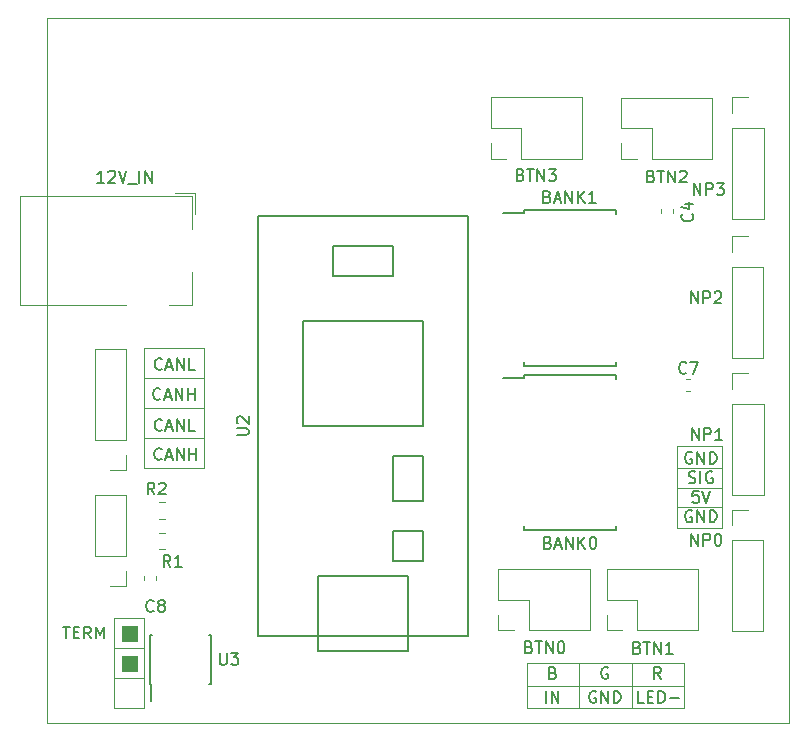
<source format=gbr>
G04 #@! TF.GenerationSoftware,KiCad,Pcbnew,5.1.2*
G04 #@! TF.CreationDate,2019-05-12T19:07:36-07:00*
G04 #@! TF.ProjectId,dashboard_shield,64617368-626f-4617-9264-5f736869656c,rev?*
G04 #@! TF.SameCoordinates,Original*
G04 #@! TF.FileFunction,Legend,Top*
G04 #@! TF.FilePolarity,Positive*
%FSLAX46Y46*%
G04 Gerber Fmt 4.6, Leading zero omitted, Abs format (unit mm)*
G04 Created by KiCad (PCBNEW 5.1.2) date 2019-05-12 19:07:36*
%MOMM*%
%LPD*%
G04 APERTURE LIST*
%ADD10C,0.100000*%
%ADD11C,0.120000*%
%ADD12C,0.150000*%
%ADD13C,0.050000*%
G04 APERTURE END LIST*
D10*
G36*
X165735000Y-117475000D02*
G01*
X164465000Y-117475000D01*
X164465000Y-116205000D01*
X165735000Y-116205000D01*
X165735000Y-117475000D01*
G37*
X165735000Y-117475000D02*
X164465000Y-117475000D01*
X164465000Y-116205000D01*
X165735000Y-116205000D01*
X165735000Y-117475000D01*
G36*
X165735000Y-114935000D02*
G01*
X164465000Y-114935000D01*
X164465000Y-113665000D01*
X165735000Y-113665000D01*
X165735000Y-114935000D01*
G37*
X165735000Y-114935000D02*
X164465000Y-114935000D01*
X164465000Y-113665000D01*
X165735000Y-113665000D01*
X165735000Y-114935000D01*
D11*
X166370000Y-120650000D02*
X166370000Y-113030000D01*
X163830000Y-113030000D02*
X163830000Y-120650000D01*
X166370000Y-118110000D02*
X163830000Y-118110000D01*
X166370000Y-114935000D02*
X166370000Y-118110000D01*
X163830000Y-115570000D02*
X166370000Y-115570000D01*
X166370000Y-120650000D02*
X163830000Y-120650000D01*
X163830000Y-113030000D02*
X166370000Y-113030000D01*
X198755000Y-118745000D02*
X212090000Y-118745000D01*
D12*
X159480476Y-113752380D02*
X160051904Y-113752380D01*
X159766190Y-114752380D02*
X159766190Y-113752380D01*
X160385238Y-114228571D02*
X160718571Y-114228571D01*
X160861428Y-114752380D02*
X160385238Y-114752380D01*
X160385238Y-113752380D01*
X160861428Y-113752380D01*
X161861428Y-114752380D02*
X161528095Y-114276190D01*
X161290000Y-114752380D02*
X161290000Y-113752380D01*
X161670952Y-113752380D01*
X161766190Y-113800000D01*
X161813809Y-113847619D01*
X161861428Y-113942857D01*
X161861428Y-114085714D01*
X161813809Y-114180952D01*
X161766190Y-114228571D01*
X161670952Y-114276190D01*
X161290000Y-114276190D01*
X162290000Y-114752380D02*
X162290000Y-113752380D01*
X162623333Y-114466666D01*
X162956666Y-113752380D01*
X162956666Y-114752380D01*
D11*
X166370000Y-97790000D02*
X171450000Y-97790000D01*
X166370000Y-95250000D02*
X171450000Y-95250000D01*
X166370000Y-92710000D02*
X171450000Y-92710000D01*
X166370000Y-100330000D02*
X166370000Y-90170000D01*
X171450000Y-100330000D02*
X166370000Y-100330000D01*
X171450000Y-90170000D02*
X171450000Y-100330000D01*
X166370000Y-90170000D02*
X171450000Y-90170000D01*
X211455000Y-103632000D02*
X215265000Y-103632000D01*
X211455000Y-101981000D02*
X215265000Y-101981000D01*
X211455000Y-100330000D02*
X215265000Y-100330000D01*
D12*
X208669095Y-120213380D02*
X208192904Y-120213380D01*
X208192904Y-119213380D01*
X209002428Y-119689571D02*
X209335761Y-119689571D01*
X209478619Y-120213380D02*
X209002428Y-120213380D01*
X209002428Y-119213380D01*
X209478619Y-119213380D01*
X209907190Y-120213380D02*
X209907190Y-119213380D01*
X210145285Y-119213380D01*
X210288142Y-119261000D01*
X210383380Y-119356238D01*
X210431000Y-119451476D01*
X210478619Y-119641952D01*
X210478619Y-119784809D01*
X210431000Y-119975285D01*
X210383380Y-120070523D01*
X210288142Y-120165761D01*
X210145285Y-120213380D01*
X209907190Y-120213380D01*
X210907190Y-119832428D02*
X211669095Y-119832428D01*
D11*
X207645000Y-116840000D02*
X212090000Y-116840000D01*
X207645000Y-116840000D02*
X207645000Y-120650000D01*
X207645000Y-120650000D02*
X212090000Y-120650000D01*
D12*
X210113523Y-118181380D02*
X209780190Y-117705190D01*
X209542095Y-118181380D02*
X209542095Y-117181380D01*
X209923047Y-117181380D01*
X210018285Y-117229000D01*
X210065904Y-117276619D01*
X210113523Y-117371857D01*
X210113523Y-117514714D01*
X210065904Y-117609952D01*
X210018285Y-117657571D01*
X209923047Y-117705190D01*
X209542095Y-117705190D01*
D11*
X212090000Y-120650000D02*
X212090000Y-116840000D01*
D12*
X200390190Y-120213380D02*
X200390190Y-119213380D01*
X200866380Y-120213380D02*
X200866380Y-119213380D01*
X201437809Y-120213380D01*
X201437809Y-119213380D01*
D11*
X198755000Y-116840000D02*
X203200000Y-116840000D01*
X198755000Y-116840000D02*
X198755000Y-120650000D01*
X198755000Y-120650000D02*
X203200000Y-120650000D01*
D12*
X200985428Y-117657571D02*
X201128285Y-117705190D01*
X201175904Y-117752809D01*
X201223523Y-117848047D01*
X201223523Y-117990904D01*
X201175904Y-118086142D01*
X201128285Y-118133761D01*
X201033047Y-118181380D01*
X200652095Y-118181380D01*
X200652095Y-117181380D01*
X200985428Y-117181380D01*
X201080666Y-117229000D01*
X201128285Y-117276619D01*
X201175904Y-117371857D01*
X201175904Y-117467095D01*
X201128285Y-117562333D01*
X201080666Y-117609952D01*
X200985428Y-117657571D01*
X200652095Y-117657571D01*
D11*
X203200000Y-120650000D02*
X203200000Y-116840000D01*
X203200000Y-120650000D02*
X207645000Y-120650000D01*
X203200000Y-116840000D02*
X207645000Y-116840000D01*
X203200000Y-116840000D02*
X203200000Y-120650000D01*
X207645000Y-120650000D02*
X207645000Y-116840000D01*
D12*
X204597095Y-119261000D02*
X204501857Y-119213380D01*
X204359000Y-119213380D01*
X204216142Y-119261000D01*
X204120904Y-119356238D01*
X204073285Y-119451476D01*
X204025666Y-119641952D01*
X204025666Y-119784809D01*
X204073285Y-119975285D01*
X204120904Y-120070523D01*
X204216142Y-120165761D01*
X204359000Y-120213380D01*
X204454238Y-120213380D01*
X204597095Y-120165761D01*
X204644714Y-120118142D01*
X204644714Y-119784809D01*
X204454238Y-119784809D01*
X205073285Y-120213380D02*
X205073285Y-119213380D01*
X205644714Y-120213380D01*
X205644714Y-119213380D01*
X206120904Y-120213380D02*
X206120904Y-119213380D01*
X206359000Y-119213380D01*
X206501857Y-119261000D01*
X206597095Y-119356238D01*
X206644714Y-119451476D01*
X206692333Y-119641952D01*
X206692333Y-119784809D01*
X206644714Y-119975285D01*
X206597095Y-120070523D01*
X206501857Y-120165761D01*
X206359000Y-120213380D01*
X206120904Y-120213380D01*
X205620904Y-117229000D02*
X205525666Y-117181380D01*
X205382809Y-117181380D01*
X205239952Y-117229000D01*
X205144714Y-117324238D01*
X205097095Y-117419476D01*
X205049476Y-117609952D01*
X205049476Y-117752809D01*
X205097095Y-117943285D01*
X205144714Y-118038523D01*
X205239952Y-118133761D01*
X205382809Y-118181380D01*
X205478047Y-118181380D01*
X205620904Y-118133761D01*
X205668523Y-118086142D01*
X205668523Y-117752809D01*
X205478047Y-117752809D01*
D11*
X211455000Y-105410000D02*
X211455000Y-98425000D01*
X215265000Y-105410000D02*
X211455000Y-105410000D01*
X215265000Y-98425000D02*
X215265000Y-105410000D01*
X211455000Y-98425000D02*
X215265000Y-98425000D01*
D12*
X212725095Y-99006000D02*
X212629857Y-98958380D01*
X212487000Y-98958380D01*
X212344142Y-99006000D01*
X212248904Y-99101238D01*
X212201285Y-99196476D01*
X212153666Y-99386952D01*
X212153666Y-99529809D01*
X212201285Y-99720285D01*
X212248904Y-99815523D01*
X212344142Y-99910761D01*
X212487000Y-99958380D01*
X212582238Y-99958380D01*
X212725095Y-99910761D01*
X212772714Y-99863142D01*
X212772714Y-99529809D01*
X212582238Y-99529809D01*
X213201285Y-99958380D02*
X213201285Y-98958380D01*
X213772714Y-99958380D01*
X213772714Y-98958380D01*
X214248904Y-99958380D02*
X214248904Y-98958380D01*
X214487000Y-98958380D01*
X214629857Y-99006000D01*
X214725095Y-99101238D01*
X214772714Y-99196476D01*
X214820333Y-99386952D01*
X214820333Y-99529809D01*
X214772714Y-99720285D01*
X214725095Y-99815523D01*
X214629857Y-99910761D01*
X214487000Y-99958380D01*
X214248904Y-99958380D01*
X212463190Y-101560761D02*
X212606047Y-101608380D01*
X212844142Y-101608380D01*
X212939380Y-101560761D01*
X212987000Y-101513142D01*
X213034619Y-101417904D01*
X213034619Y-101322666D01*
X212987000Y-101227428D01*
X212939380Y-101179809D01*
X212844142Y-101132190D01*
X212653666Y-101084571D01*
X212558428Y-101036952D01*
X212510809Y-100989333D01*
X212463190Y-100894095D01*
X212463190Y-100798857D01*
X212510809Y-100703619D01*
X212558428Y-100656000D01*
X212653666Y-100608380D01*
X212891761Y-100608380D01*
X213034619Y-100656000D01*
X213463190Y-101608380D02*
X213463190Y-100608380D01*
X214463190Y-100656000D02*
X214367952Y-100608380D01*
X214225095Y-100608380D01*
X214082238Y-100656000D01*
X213987000Y-100751238D01*
X213939380Y-100846476D01*
X213891761Y-101036952D01*
X213891761Y-101179809D01*
X213939380Y-101370285D01*
X213987000Y-101465523D01*
X214082238Y-101560761D01*
X214225095Y-101608380D01*
X214320333Y-101608380D01*
X214463190Y-101560761D01*
X214510809Y-101513142D01*
X214510809Y-101179809D01*
X214320333Y-101179809D01*
X213296523Y-102258380D02*
X212820333Y-102258380D01*
X212772714Y-102734571D01*
X212820333Y-102686952D01*
X212915571Y-102639333D01*
X213153666Y-102639333D01*
X213248904Y-102686952D01*
X213296523Y-102734571D01*
X213344142Y-102829809D01*
X213344142Y-103067904D01*
X213296523Y-103163142D01*
X213248904Y-103210761D01*
X213153666Y-103258380D01*
X212915571Y-103258380D01*
X212820333Y-103210761D01*
X212772714Y-103163142D01*
X213629857Y-102258380D02*
X213963190Y-103258380D01*
X214296523Y-102258380D01*
X212725095Y-103956000D02*
X212629857Y-103908380D01*
X212487000Y-103908380D01*
X212344142Y-103956000D01*
X212248904Y-104051238D01*
X212201285Y-104146476D01*
X212153666Y-104336952D01*
X212153666Y-104479809D01*
X212201285Y-104670285D01*
X212248904Y-104765523D01*
X212344142Y-104860761D01*
X212487000Y-104908380D01*
X212582238Y-104908380D01*
X212725095Y-104860761D01*
X212772714Y-104813142D01*
X212772714Y-104479809D01*
X212582238Y-104479809D01*
X213201285Y-104908380D02*
X213201285Y-103908380D01*
X213772714Y-104908380D01*
X213772714Y-103908380D01*
X214248904Y-104908380D02*
X214248904Y-103908380D01*
X214487000Y-103908380D01*
X214629857Y-103956000D01*
X214725095Y-104051238D01*
X214772714Y-104146476D01*
X214820333Y-104336952D01*
X214820333Y-104479809D01*
X214772714Y-104670285D01*
X214725095Y-104765523D01*
X214629857Y-104860761D01*
X214487000Y-104908380D01*
X214248904Y-104908380D01*
X167844933Y-99544142D02*
X167797314Y-99591761D01*
X167654457Y-99639380D01*
X167559219Y-99639380D01*
X167416361Y-99591761D01*
X167321123Y-99496523D01*
X167273504Y-99401285D01*
X167225885Y-99210809D01*
X167225885Y-99067952D01*
X167273504Y-98877476D01*
X167321123Y-98782238D01*
X167416361Y-98687000D01*
X167559219Y-98639380D01*
X167654457Y-98639380D01*
X167797314Y-98687000D01*
X167844933Y-98734619D01*
X168225885Y-99353666D02*
X168702076Y-99353666D01*
X168130647Y-99639380D02*
X168463980Y-98639380D01*
X168797314Y-99639380D01*
X169130647Y-99639380D02*
X169130647Y-98639380D01*
X169702076Y-99639380D01*
X169702076Y-98639380D01*
X170178266Y-99639380D02*
X170178266Y-98639380D01*
X170178266Y-99115571D02*
X170749695Y-99115571D01*
X170749695Y-99639380D02*
X170749695Y-98639380D01*
X167862380Y-97080342D02*
X167814761Y-97127961D01*
X167671904Y-97175580D01*
X167576666Y-97175580D01*
X167433809Y-97127961D01*
X167338571Y-97032723D01*
X167290952Y-96937485D01*
X167243333Y-96747009D01*
X167243333Y-96604152D01*
X167290952Y-96413676D01*
X167338571Y-96318438D01*
X167433809Y-96223200D01*
X167576666Y-96175580D01*
X167671904Y-96175580D01*
X167814761Y-96223200D01*
X167862380Y-96270819D01*
X168243333Y-96889866D02*
X168719523Y-96889866D01*
X168148095Y-97175580D02*
X168481428Y-96175580D01*
X168814761Y-97175580D01*
X169148095Y-97175580D02*
X169148095Y-96175580D01*
X169719523Y-97175580D01*
X169719523Y-96175580D01*
X170671904Y-97175580D02*
X170195714Y-97175580D01*
X170195714Y-96175580D01*
X167743333Y-94464142D02*
X167695714Y-94511761D01*
X167552857Y-94559380D01*
X167457619Y-94559380D01*
X167314761Y-94511761D01*
X167219523Y-94416523D01*
X167171904Y-94321285D01*
X167124285Y-94130809D01*
X167124285Y-93987952D01*
X167171904Y-93797476D01*
X167219523Y-93702238D01*
X167314761Y-93607000D01*
X167457619Y-93559380D01*
X167552857Y-93559380D01*
X167695714Y-93607000D01*
X167743333Y-93654619D01*
X168124285Y-94273666D02*
X168600476Y-94273666D01*
X168029047Y-94559380D02*
X168362380Y-93559380D01*
X168695714Y-94559380D01*
X169029047Y-94559380D02*
X169029047Y-93559380D01*
X169600476Y-94559380D01*
X169600476Y-93559380D01*
X170076666Y-94559380D02*
X170076666Y-93559380D01*
X170076666Y-94035571D02*
X170648095Y-94035571D01*
X170648095Y-94559380D02*
X170648095Y-93559380D01*
X167862380Y-91924142D02*
X167814761Y-91971761D01*
X167671904Y-92019380D01*
X167576666Y-92019380D01*
X167433809Y-91971761D01*
X167338571Y-91876523D01*
X167290952Y-91781285D01*
X167243333Y-91590809D01*
X167243333Y-91447952D01*
X167290952Y-91257476D01*
X167338571Y-91162238D01*
X167433809Y-91067000D01*
X167576666Y-91019380D01*
X167671904Y-91019380D01*
X167814761Y-91067000D01*
X167862380Y-91114619D01*
X168243333Y-91733666D02*
X168719523Y-91733666D01*
X168148095Y-92019380D02*
X168481428Y-91019380D01*
X168814761Y-92019380D01*
X169148095Y-92019380D02*
X169148095Y-91019380D01*
X169719523Y-92019380D01*
X169719523Y-91019380D01*
X170671904Y-92019380D02*
X170195714Y-92019380D01*
X170195714Y-91019380D01*
D13*
X158115000Y-121920000D02*
X158115000Y-62230000D01*
X220980000Y-121920000D02*
X158115000Y-121920000D01*
X220980000Y-62230000D02*
X220980000Y-121920000D01*
X158115000Y-62230000D02*
X220980000Y-62230000D01*
D11*
X164829800Y-100517000D02*
X163499800Y-100517000D01*
X164829800Y-99187000D02*
X164829800Y-100517000D01*
X164829800Y-97917000D02*
X162169800Y-97917000D01*
X162169800Y-97917000D02*
X162169800Y-90237000D01*
X164829800Y-97917000D02*
X164829800Y-90237000D01*
X164829800Y-90237000D02*
X162169800Y-90237000D01*
D12*
X193802000Y-114554000D02*
X176022000Y-114554000D01*
X193802000Y-78994000D02*
X193802000Y-114554000D01*
X176022000Y-78994000D02*
X193802000Y-78994000D01*
X176022000Y-114554000D02*
X176022000Y-78994000D01*
X189992000Y-87884000D02*
X189992000Y-96774000D01*
X179832000Y-87884000D02*
X179832000Y-96774000D01*
X179832000Y-96774000D02*
X189992000Y-96774000D01*
X189992000Y-87884000D02*
X179832000Y-87884000D01*
X182372000Y-84074000D02*
X182372000Y-81534000D01*
X187452000Y-84074000D02*
X182372000Y-84074000D01*
X187452000Y-81534000D02*
X187452000Y-84074000D01*
X182372000Y-81534000D02*
X187452000Y-81534000D01*
X187452000Y-108204000D02*
X189992000Y-108204000D01*
X187452000Y-105664000D02*
X187452000Y-108204000D01*
X189992000Y-105664000D02*
X187452000Y-105664000D01*
X189992000Y-108204000D02*
X189992000Y-105664000D01*
X188722000Y-109474000D02*
X188722000Y-114554000D01*
X181102000Y-109474000D02*
X181102000Y-114554000D01*
X188722000Y-109474000D02*
X181102000Y-109474000D01*
X187452000Y-103124000D02*
X189992000Y-103124000D01*
X187452000Y-99314000D02*
X187452000Y-103124000D01*
X189992000Y-99314000D02*
X187452000Y-99314000D01*
X189992000Y-103124000D02*
X189992000Y-99314000D01*
X181102000Y-115824000D02*
X181102000Y-114554000D01*
X188722000Y-115824000D02*
X181102000Y-115824000D01*
X188722000Y-114554000D02*
X188722000Y-115824000D01*
D11*
X164829800Y-110346800D02*
X163499800Y-110346800D01*
X164829800Y-109016800D02*
X164829800Y-110346800D01*
X164829800Y-107746800D02*
X162169800Y-107746800D01*
X162169800Y-107746800D02*
X162169800Y-102606800D01*
X164829800Y-107746800D02*
X164829800Y-102606800D01*
X164829800Y-102606800D02*
X162169800Y-102606800D01*
X167607348Y-104646800D02*
X168129852Y-104646800D01*
X167607348Y-103226800D02*
X168129852Y-103226800D01*
X167607348Y-107212200D02*
X168129852Y-107212200D01*
X167607348Y-105792200D02*
X168129852Y-105792200D01*
X167337200Y-109772267D02*
X167337200Y-109429733D01*
X166317200Y-109772267D02*
X166317200Y-109429733D01*
X212274333Y-93829600D02*
X212616867Y-93829600D01*
X212274333Y-92809600D02*
X212616867Y-92809600D01*
X211177600Y-78733467D02*
X211177600Y-78390933D01*
X210157600Y-78733467D02*
X210157600Y-78390933D01*
X170686600Y-77075000D02*
X170686600Y-78815000D01*
X168946600Y-77075000D02*
X170686600Y-77075000D01*
X170446600Y-86515000D02*
X168446600Y-86515000D01*
X170446600Y-83715000D02*
X170446600Y-86515000D01*
X170446600Y-77315000D02*
X170446600Y-80115000D01*
X155846600Y-77315000D02*
X170446600Y-77315000D01*
X155846600Y-86515000D02*
X155846600Y-77315000D01*
X164846600Y-86515000D02*
X155846600Y-86515000D01*
X205527600Y-114080600D02*
X205527600Y-112750600D01*
X206857600Y-114080600D02*
X205527600Y-114080600D01*
X205527600Y-111480600D02*
X205527600Y-108880600D01*
X208127600Y-111480600D02*
X205527600Y-111480600D01*
X208127600Y-114080600D02*
X208127600Y-111480600D01*
X205527600Y-108880600D02*
X213267600Y-108880600D01*
X208127600Y-114080600D02*
X213267600Y-114080600D01*
X213267600Y-114080600D02*
X213267600Y-108880600D01*
D12*
X198537600Y-92709600D02*
X196737600Y-92709600D01*
X198537600Y-105609600D02*
X206287600Y-105609600D01*
X198537600Y-92459600D02*
X206287600Y-92459600D01*
X198537600Y-105609600D02*
X198537600Y-105274600D01*
X206287600Y-105609600D02*
X206287600Y-105274600D01*
X206287600Y-92459600D02*
X206287600Y-92794600D01*
X198537600Y-92459600D02*
X198537600Y-92709600D01*
X166918400Y-118610200D02*
X166918400Y-120010200D01*
X172018400Y-118610200D02*
X172018400Y-114460200D01*
X166868400Y-118610200D02*
X166868400Y-114460200D01*
X172018400Y-118610200D02*
X171873400Y-118610200D01*
X172018400Y-114460200D02*
X171873400Y-114460200D01*
X166868400Y-114460200D02*
X167013400Y-114460200D01*
X166868400Y-118610200D02*
X166918400Y-118610200D01*
X198537600Y-78765000D02*
X196737600Y-78765000D01*
X198537600Y-91665000D02*
X206287600Y-91665000D01*
X198537600Y-78515000D02*
X206287600Y-78515000D01*
X198537600Y-91665000D02*
X198537600Y-91330000D01*
X206287600Y-91665000D02*
X206287600Y-91330000D01*
X206287600Y-78515000D02*
X206287600Y-78850000D01*
X198537600Y-78515000D02*
X198537600Y-78765000D01*
D11*
X216170200Y-68951800D02*
X217500200Y-68951800D01*
X216170200Y-70281800D02*
X216170200Y-68951800D01*
X216170200Y-71551800D02*
X218830200Y-71551800D01*
X218830200Y-71551800D02*
X218830200Y-79231800D01*
X216170200Y-71551800D02*
X216170200Y-79231800D01*
X216170200Y-79231800D02*
X218830200Y-79231800D01*
X216119400Y-80712000D02*
X217449400Y-80712000D01*
X216119400Y-82042000D02*
X216119400Y-80712000D01*
X216119400Y-83312000D02*
X218779400Y-83312000D01*
X218779400Y-83312000D02*
X218779400Y-90992000D01*
X216119400Y-83312000D02*
X216119400Y-90992000D01*
X216119400Y-90992000D02*
X218779400Y-90992000D01*
X195697800Y-74151800D02*
X195697800Y-72821800D01*
X197027800Y-74151800D02*
X195697800Y-74151800D01*
X195697800Y-71551800D02*
X195697800Y-68951800D01*
X198297800Y-71551800D02*
X195697800Y-71551800D01*
X198297800Y-74151800D02*
X198297800Y-71551800D01*
X195697800Y-68951800D02*
X203437800Y-68951800D01*
X198297800Y-74151800D02*
X203437800Y-74151800D01*
X203437800Y-74151800D02*
X203437800Y-68951800D01*
X206721400Y-74177200D02*
X206721400Y-72847200D01*
X208051400Y-74177200D02*
X206721400Y-74177200D01*
X206721400Y-71577200D02*
X206721400Y-68977200D01*
X209321400Y-71577200D02*
X206721400Y-71577200D01*
X209321400Y-74177200D02*
X209321400Y-71577200D01*
X206721400Y-68977200D02*
X214461400Y-68977200D01*
X209321400Y-74177200D02*
X214461400Y-74177200D01*
X214461400Y-74177200D02*
X214461400Y-68977200D01*
X216119400Y-103851400D02*
X217449400Y-103851400D01*
X216119400Y-105181400D02*
X216119400Y-103851400D01*
X216119400Y-106451400D02*
X218779400Y-106451400D01*
X218779400Y-106451400D02*
X218779400Y-114131400D01*
X216119400Y-106451400D02*
X216119400Y-114131400D01*
X216119400Y-114131400D02*
X218779400Y-114131400D01*
X216144800Y-92319800D02*
X217474800Y-92319800D01*
X216144800Y-93649800D02*
X216144800Y-92319800D01*
X216144800Y-94919800D02*
X218804800Y-94919800D01*
X218804800Y-94919800D02*
X218804800Y-102599800D01*
X216144800Y-94919800D02*
X216144800Y-102599800D01*
X216144800Y-102599800D02*
X218804800Y-102599800D01*
X196358200Y-114080600D02*
X196358200Y-112750600D01*
X197688200Y-114080600D02*
X196358200Y-114080600D01*
X196358200Y-111480600D02*
X196358200Y-108880600D01*
X198958200Y-111480600D02*
X196358200Y-111480600D01*
X198958200Y-114080600D02*
X198958200Y-111480600D01*
X196358200Y-108880600D02*
X204098200Y-108880600D01*
X198958200Y-114080600D02*
X204098200Y-114080600D01*
X204098200Y-114080600D02*
X204098200Y-108880600D01*
D12*
X174204380Y-97535904D02*
X175013904Y-97535904D01*
X175109142Y-97488285D01*
X175156761Y-97440666D01*
X175204380Y-97345428D01*
X175204380Y-97154952D01*
X175156761Y-97059714D01*
X175109142Y-97012095D01*
X175013904Y-96964476D01*
X174204380Y-96964476D01*
X174299619Y-96535904D02*
X174252000Y-96488285D01*
X174204380Y-96393047D01*
X174204380Y-96154952D01*
X174252000Y-96059714D01*
X174299619Y-96012095D01*
X174394857Y-95964476D01*
X174490095Y-95964476D01*
X174632952Y-96012095D01*
X175204380Y-96583523D01*
X175204380Y-95964476D01*
X167232033Y-102560380D02*
X166898700Y-102084190D01*
X166660604Y-102560380D02*
X166660604Y-101560380D01*
X167041557Y-101560380D01*
X167136795Y-101608000D01*
X167184414Y-101655619D01*
X167232033Y-101750857D01*
X167232033Y-101893714D01*
X167184414Y-101988952D01*
X167136795Y-102036571D01*
X167041557Y-102084190D01*
X166660604Y-102084190D01*
X167612985Y-101655619D02*
X167660604Y-101608000D01*
X167755842Y-101560380D01*
X167993938Y-101560380D01*
X168089176Y-101608000D01*
X168136795Y-101655619D01*
X168184414Y-101750857D01*
X168184414Y-101846095D01*
X168136795Y-101988952D01*
X167565366Y-102560380D01*
X168184414Y-102560380D01*
X168590933Y-108694480D02*
X168257600Y-108218290D01*
X168019504Y-108694480D02*
X168019504Y-107694480D01*
X168400457Y-107694480D01*
X168495695Y-107742100D01*
X168543314Y-107789719D01*
X168590933Y-107884957D01*
X168590933Y-108027814D01*
X168543314Y-108123052D01*
X168495695Y-108170671D01*
X168400457Y-108218290D01*
X168019504Y-108218290D01*
X169543314Y-108694480D02*
X168971885Y-108694480D01*
X169257600Y-108694480D02*
X169257600Y-107694480D01*
X169162361Y-107837338D01*
X169067123Y-107932576D01*
X168971885Y-107980195D01*
X167155833Y-112409242D02*
X167108214Y-112456861D01*
X166965357Y-112504480D01*
X166870119Y-112504480D01*
X166727261Y-112456861D01*
X166632023Y-112361623D01*
X166584404Y-112266385D01*
X166536785Y-112075909D01*
X166536785Y-111933052D01*
X166584404Y-111742576D01*
X166632023Y-111647338D01*
X166727261Y-111552100D01*
X166870119Y-111504480D01*
X166965357Y-111504480D01*
X167108214Y-111552100D01*
X167155833Y-111599719D01*
X167727261Y-111933052D02*
X167632023Y-111885433D01*
X167584404Y-111837814D01*
X167536785Y-111742576D01*
X167536785Y-111694957D01*
X167584404Y-111599719D01*
X167632023Y-111552100D01*
X167727261Y-111504480D01*
X167917738Y-111504480D01*
X168012976Y-111552100D01*
X168060595Y-111599719D01*
X168108214Y-111694957D01*
X168108214Y-111742576D01*
X168060595Y-111837814D01*
X168012976Y-111885433D01*
X167917738Y-111933052D01*
X167727261Y-111933052D01*
X167632023Y-111980671D01*
X167584404Y-112028290D01*
X167536785Y-112123528D01*
X167536785Y-112314004D01*
X167584404Y-112409242D01*
X167632023Y-112456861D01*
X167727261Y-112504480D01*
X167917738Y-112504480D01*
X168012976Y-112456861D01*
X168060595Y-112409242D01*
X168108214Y-112314004D01*
X168108214Y-112123528D01*
X168060595Y-112028290D01*
X168012976Y-111980671D01*
X167917738Y-111933052D01*
X212278933Y-92246742D02*
X212231314Y-92294361D01*
X212088457Y-92341980D01*
X211993219Y-92341980D01*
X211850361Y-92294361D01*
X211755123Y-92199123D01*
X211707504Y-92103885D01*
X211659885Y-91913409D01*
X211659885Y-91770552D01*
X211707504Y-91580076D01*
X211755123Y-91484838D01*
X211850361Y-91389600D01*
X211993219Y-91341980D01*
X212088457Y-91341980D01*
X212231314Y-91389600D01*
X212278933Y-91437219D01*
X212612266Y-91341980D02*
X213278933Y-91341980D01*
X212850361Y-92341980D01*
X212751942Y-78817766D02*
X212799561Y-78865385D01*
X212847180Y-79008242D01*
X212847180Y-79103480D01*
X212799561Y-79246338D01*
X212704323Y-79341576D01*
X212609085Y-79389195D01*
X212418609Y-79436814D01*
X212275752Y-79436814D01*
X212085276Y-79389195D01*
X211990038Y-79341576D01*
X211894800Y-79246338D01*
X211847180Y-79103480D01*
X211847180Y-79008242D01*
X211894800Y-78865385D01*
X211942419Y-78817766D01*
X212180514Y-77960623D02*
X212847180Y-77960623D01*
X211799561Y-78198719D02*
X212513847Y-78436814D01*
X212513847Y-77817766D01*
X162957095Y-76169780D02*
X162385666Y-76169780D01*
X162671380Y-76169780D02*
X162671380Y-75169780D01*
X162576142Y-75312638D01*
X162480904Y-75407876D01*
X162385666Y-75455495D01*
X163338047Y-75265019D02*
X163385666Y-75217400D01*
X163480904Y-75169780D01*
X163719000Y-75169780D01*
X163814238Y-75217400D01*
X163861857Y-75265019D01*
X163909476Y-75360257D01*
X163909476Y-75455495D01*
X163861857Y-75598352D01*
X163290428Y-76169780D01*
X163909476Y-76169780D01*
X164195190Y-75169780D02*
X164528523Y-76169780D01*
X164861857Y-75169780D01*
X164957095Y-76265019D02*
X165719000Y-76265019D01*
X165957095Y-76169780D02*
X165957095Y-75169780D01*
X166433285Y-76169780D02*
X166433285Y-75169780D01*
X167004714Y-76169780D01*
X167004714Y-75169780D01*
X208113476Y-115523971D02*
X208256333Y-115571590D01*
X208303952Y-115619209D01*
X208351571Y-115714447D01*
X208351571Y-115857304D01*
X208303952Y-115952542D01*
X208256333Y-116000161D01*
X208161095Y-116047780D01*
X207780142Y-116047780D01*
X207780142Y-115047780D01*
X208113476Y-115047780D01*
X208208714Y-115095400D01*
X208256333Y-115143019D01*
X208303952Y-115238257D01*
X208303952Y-115333495D01*
X208256333Y-115428733D01*
X208208714Y-115476352D01*
X208113476Y-115523971D01*
X207780142Y-115523971D01*
X208637285Y-115047780D02*
X209208714Y-115047780D01*
X208923000Y-116047780D02*
X208923000Y-115047780D01*
X209542047Y-116047780D02*
X209542047Y-115047780D01*
X210113476Y-116047780D01*
X210113476Y-115047780D01*
X211113476Y-116047780D02*
X210542047Y-116047780D01*
X210827761Y-116047780D02*
X210827761Y-115047780D01*
X210732523Y-115190638D01*
X210637285Y-115285876D01*
X210542047Y-115333495D01*
X200555457Y-106633971D02*
X200698314Y-106681590D01*
X200745933Y-106729209D01*
X200793552Y-106824447D01*
X200793552Y-106967304D01*
X200745933Y-107062542D01*
X200698314Y-107110161D01*
X200603076Y-107157780D01*
X200222123Y-107157780D01*
X200222123Y-106157780D01*
X200555457Y-106157780D01*
X200650695Y-106205400D01*
X200698314Y-106253019D01*
X200745933Y-106348257D01*
X200745933Y-106443495D01*
X200698314Y-106538733D01*
X200650695Y-106586352D01*
X200555457Y-106633971D01*
X200222123Y-106633971D01*
X201174504Y-106872066D02*
X201650695Y-106872066D01*
X201079266Y-107157780D02*
X201412600Y-106157780D01*
X201745933Y-107157780D01*
X202079266Y-107157780D02*
X202079266Y-106157780D01*
X202650695Y-107157780D01*
X202650695Y-106157780D01*
X203126885Y-107157780D02*
X203126885Y-106157780D01*
X203698314Y-107157780D02*
X203269742Y-106586352D01*
X203698314Y-106157780D02*
X203126885Y-106729209D01*
X204317361Y-106157780D02*
X204412600Y-106157780D01*
X204507838Y-106205400D01*
X204555457Y-106253019D01*
X204603076Y-106348257D01*
X204650695Y-106538733D01*
X204650695Y-106776828D01*
X204603076Y-106967304D01*
X204555457Y-107062542D01*
X204507838Y-107110161D01*
X204412600Y-107157780D01*
X204317361Y-107157780D01*
X204222123Y-107110161D01*
X204174504Y-107062542D01*
X204126885Y-106967304D01*
X204079266Y-106776828D01*
X204079266Y-106538733D01*
X204126885Y-106348257D01*
X204174504Y-106253019D01*
X204222123Y-106205400D01*
X204317361Y-106157780D01*
X172770895Y-115987580D02*
X172770895Y-116797104D01*
X172818514Y-116892342D01*
X172866133Y-116939961D01*
X172961371Y-116987580D01*
X173151847Y-116987580D01*
X173247085Y-116939961D01*
X173294704Y-116892342D01*
X173342323Y-116797104D01*
X173342323Y-115987580D01*
X173723276Y-115987580D02*
X174342323Y-115987580D01*
X174008990Y-116368533D01*
X174151847Y-116368533D01*
X174247085Y-116416152D01*
X174294704Y-116463771D01*
X174342323Y-116559009D01*
X174342323Y-116797104D01*
X174294704Y-116892342D01*
X174247085Y-116939961D01*
X174151847Y-116987580D01*
X173866133Y-116987580D01*
X173770895Y-116939961D01*
X173723276Y-116892342D01*
X200504657Y-77347771D02*
X200647514Y-77395390D01*
X200695133Y-77443009D01*
X200742752Y-77538247D01*
X200742752Y-77681104D01*
X200695133Y-77776342D01*
X200647514Y-77823961D01*
X200552276Y-77871580D01*
X200171323Y-77871580D01*
X200171323Y-76871580D01*
X200504657Y-76871580D01*
X200599895Y-76919200D01*
X200647514Y-76966819D01*
X200695133Y-77062057D01*
X200695133Y-77157295D01*
X200647514Y-77252533D01*
X200599895Y-77300152D01*
X200504657Y-77347771D01*
X200171323Y-77347771D01*
X201123704Y-77585866D02*
X201599895Y-77585866D01*
X201028466Y-77871580D02*
X201361800Y-76871580D01*
X201695133Y-77871580D01*
X202028466Y-77871580D02*
X202028466Y-76871580D01*
X202599895Y-77871580D01*
X202599895Y-76871580D01*
X203076085Y-77871580D02*
X203076085Y-76871580D01*
X203647514Y-77871580D02*
X203218942Y-77300152D01*
X203647514Y-76871580D02*
X203076085Y-77443009D01*
X204599895Y-77871580D02*
X204028466Y-77871580D01*
X204314180Y-77871580D02*
X204314180Y-76871580D01*
X204218942Y-77014438D01*
X204123704Y-77109676D01*
X204028466Y-77157295D01*
X212885495Y-77211180D02*
X212885495Y-76211180D01*
X213456923Y-77211180D01*
X213456923Y-76211180D01*
X213933114Y-77211180D02*
X213933114Y-76211180D01*
X214314066Y-76211180D01*
X214409304Y-76258800D01*
X214456923Y-76306419D01*
X214504542Y-76401657D01*
X214504542Y-76544514D01*
X214456923Y-76639752D01*
X214409304Y-76687371D01*
X214314066Y-76734990D01*
X213933114Y-76734990D01*
X214837876Y-76211180D02*
X215456923Y-76211180D01*
X215123590Y-76592133D01*
X215266447Y-76592133D01*
X215361685Y-76639752D01*
X215409304Y-76687371D01*
X215456923Y-76782609D01*
X215456923Y-77020704D01*
X215409304Y-77115942D01*
X215361685Y-77163561D01*
X215266447Y-77211180D01*
X214980733Y-77211180D01*
X214885495Y-77163561D01*
X214837876Y-77115942D01*
X212656895Y-86380580D02*
X212656895Y-85380580D01*
X213228323Y-86380580D01*
X213228323Y-85380580D01*
X213704514Y-86380580D02*
X213704514Y-85380580D01*
X214085466Y-85380580D01*
X214180704Y-85428200D01*
X214228323Y-85475819D01*
X214275942Y-85571057D01*
X214275942Y-85713914D01*
X214228323Y-85809152D01*
X214180704Y-85856771D01*
X214085466Y-85904390D01*
X213704514Y-85904390D01*
X214656895Y-85475819D02*
X214704514Y-85428200D01*
X214799752Y-85380580D01*
X215037847Y-85380580D01*
X215133085Y-85428200D01*
X215180704Y-85475819D01*
X215228323Y-85571057D01*
X215228323Y-85666295D01*
X215180704Y-85809152D01*
X214609276Y-86380580D01*
X215228323Y-86380580D01*
X198232876Y-75493571D02*
X198375733Y-75541190D01*
X198423352Y-75588809D01*
X198470971Y-75684047D01*
X198470971Y-75826904D01*
X198423352Y-75922142D01*
X198375733Y-75969761D01*
X198280495Y-76017380D01*
X197899542Y-76017380D01*
X197899542Y-75017380D01*
X198232876Y-75017380D01*
X198328114Y-75065000D01*
X198375733Y-75112619D01*
X198423352Y-75207857D01*
X198423352Y-75303095D01*
X198375733Y-75398333D01*
X198328114Y-75445952D01*
X198232876Y-75493571D01*
X197899542Y-75493571D01*
X198756685Y-75017380D02*
X199328114Y-75017380D01*
X199042400Y-76017380D02*
X199042400Y-75017380D01*
X199661447Y-76017380D02*
X199661447Y-75017380D01*
X200232876Y-76017380D01*
X200232876Y-75017380D01*
X200613828Y-75017380D02*
X201232876Y-75017380D01*
X200899542Y-75398333D01*
X201042400Y-75398333D01*
X201137638Y-75445952D01*
X201185257Y-75493571D01*
X201232876Y-75588809D01*
X201232876Y-75826904D01*
X201185257Y-75922142D01*
X201137638Y-75969761D01*
X201042400Y-76017380D01*
X200756685Y-76017380D01*
X200661447Y-75969761D01*
X200613828Y-75922142D01*
X209281876Y-75620571D02*
X209424733Y-75668190D01*
X209472352Y-75715809D01*
X209519971Y-75811047D01*
X209519971Y-75953904D01*
X209472352Y-76049142D01*
X209424733Y-76096761D01*
X209329495Y-76144380D01*
X208948542Y-76144380D01*
X208948542Y-75144380D01*
X209281876Y-75144380D01*
X209377114Y-75192000D01*
X209424733Y-75239619D01*
X209472352Y-75334857D01*
X209472352Y-75430095D01*
X209424733Y-75525333D01*
X209377114Y-75572952D01*
X209281876Y-75620571D01*
X208948542Y-75620571D01*
X209805685Y-75144380D02*
X210377114Y-75144380D01*
X210091400Y-76144380D02*
X210091400Y-75144380D01*
X210710447Y-76144380D02*
X210710447Y-75144380D01*
X211281876Y-76144380D01*
X211281876Y-75144380D01*
X211710447Y-75239619D02*
X211758066Y-75192000D01*
X211853304Y-75144380D01*
X212091400Y-75144380D01*
X212186638Y-75192000D01*
X212234257Y-75239619D01*
X212281876Y-75334857D01*
X212281876Y-75430095D01*
X212234257Y-75572952D01*
X211662828Y-76144380D01*
X212281876Y-76144380D01*
X212656895Y-106903780D02*
X212656895Y-105903780D01*
X213228323Y-106903780D01*
X213228323Y-105903780D01*
X213704514Y-106903780D02*
X213704514Y-105903780D01*
X214085466Y-105903780D01*
X214180704Y-105951400D01*
X214228323Y-105999019D01*
X214275942Y-106094257D01*
X214275942Y-106237114D01*
X214228323Y-106332352D01*
X214180704Y-106379971D01*
X214085466Y-106427590D01*
X213704514Y-106427590D01*
X214894990Y-105903780D02*
X214990228Y-105903780D01*
X215085466Y-105951400D01*
X215133085Y-105999019D01*
X215180704Y-106094257D01*
X215228323Y-106284733D01*
X215228323Y-106522828D01*
X215180704Y-106713304D01*
X215133085Y-106808542D01*
X215085466Y-106856161D01*
X214990228Y-106903780D01*
X214894990Y-106903780D01*
X214799752Y-106856161D01*
X214752133Y-106808542D01*
X214704514Y-106713304D01*
X214656895Y-106522828D01*
X214656895Y-106284733D01*
X214704514Y-106094257D01*
X214752133Y-105999019D01*
X214799752Y-105951400D01*
X214894990Y-105903780D01*
X212733095Y-97962980D02*
X212733095Y-96962980D01*
X213304523Y-97962980D01*
X213304523Y-96962980D01*
X213780714Y-97962980D02*
X213780714Y-96962980D01*
X214161666Y-96962980D01*
X214256904Y-97010600D01*
X214304523Y-97058219D01*
X214352142Y-97153457D01*
X214352142Y-97296314D01*
X214304523Y-97391552D01*
X214256904Y-97439171D01*
X214161666Y-97486790D01*
X213780714Y-97486790D01*
X215304523Y-97962980D02*
X214733095Y-97962980D01*
X215018809Y-97962980D02*
X215018809Y-96962980D01*
X214923571Y-97105838D01*
X214828333Y-97201076D01*
X214733095Y-97248695D01*
X198944076Y-115473171D02*
X199086933Y-115520790D01*
X199134552Y-115568409D01*
X199182171Y-115663647D01*
X199182171Y-115806504D01*
X199134552Y-115901742D01*
X199086933Y-115949361D01*
X198991695Y-115996980D01*
X198610742Y-115996980D01*
X198610742Y-114996980D01*
X198944076Y-114996980D01*
X199039314Y-115044600D01*
X199086933Y-115092219D01*
X199134552Y-115187457D01*
X199134552Y-115282695D01*
X199086933Y-115377933D01*
X199039314Y-115425552D01*
X198944076Y-115473171D01*
X198610742Y-115473171D01*
X199467885Y-114996980D02*
X200039314Y-114996980D01*
X199753600Y-115996980D02*
X199753600Y-114996980D01*
X200372647Y-115996980D02*
X200372647Y-114996980D01*
X200944076Y-115996980D01*
X200944076Y-114996980D01*
X201610742Y-114996980D02*
X201705980Y-114996980D01*
X201801219Y-115044600D01*
X201848838Y-115092219D01*
X201896457Y-115187457D01*
X201944076Y-115377933D01*
X201944076Y-115616028D01*
X201896457Y-115806504D01*
X201848838Y-115901742D01*
X201801219Y-115949361D01*
X201705980Y-115996980D01*
X201610742Y-115996980D01*
X201515504Y-115949361D01*
X201467885Y-115901742D01*
X201420266Y-115806504D01*
X201372647Y-115616028D01*
X201372647Y-115377933D01*
X201420266Y-115187457D01*
X201467885Y-115092219D01*
X201515504Y-115044600D01*
X201610742Y-114996980D01*
M02*

</source>
